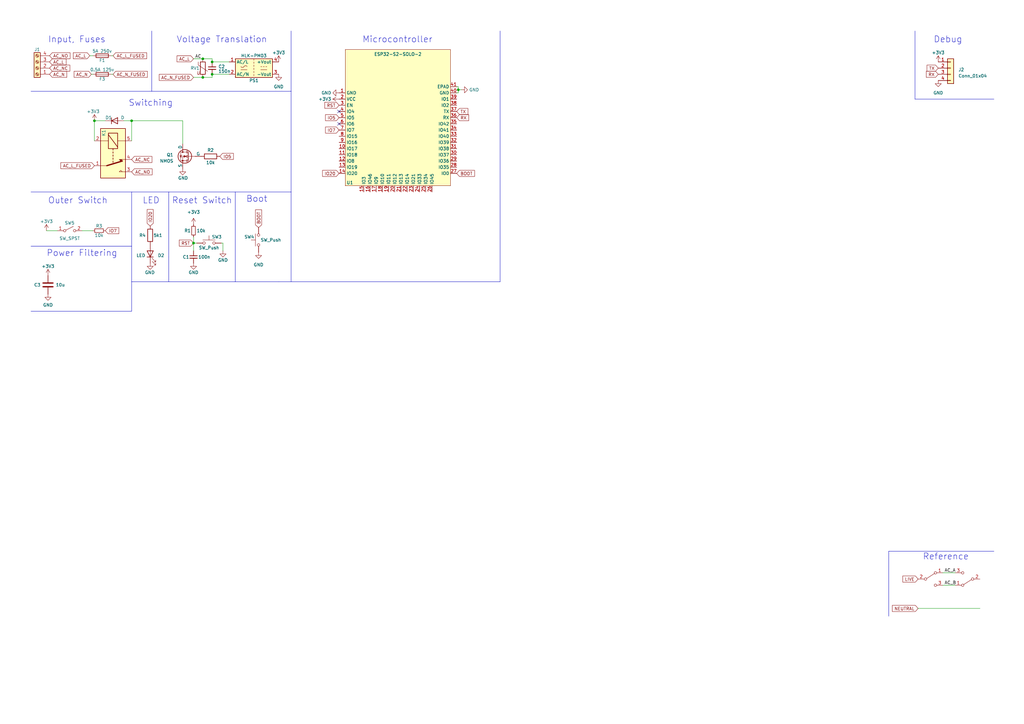
<source format=kicad_sch>
(kicad_sch (version 20230121) (generator eeschema)
  (paper "A3")
  (lib_symbols
    (symbol "Connector:Screw_Terminal_01x04" (pin_names (offset 1.016) hide)
      (property "Reference" "J" (at 0 5.08 0))
      (property "Value" "Screw_Terminal_01x04" (at 0 -7.62 0))
      (symbol "Screw_Terminal_01x04_1_1"
        (rectangle (start -1.27 3.81) (end 1.27 -6.35) (stroke (width 0.254)) (fill (type background)))
        (circle (center 0 -5.08) (radius 0.635) (stroke (width 0.1524)))
        (circle (center 0 -2.54) (radius 0.635) (stroke (width 0.1524)))
        (polyline (pts (xy -0.5334 -4.7498) (xy 0.3302 -5.588)) (stroke (width 0.1524)))
        (polyline (pts (xy -0.5334 -2.2098) (xy 0.3302 -3.048)) (stroke (width 0.1524)))
        (polyline (pts (xy -0.5334 0.3302) (xy 0.3302 -0.508)) (stroke (width 0.1524)))
        (polyline (pts (xy -0.5334 2.8702) (xy 0.3302 2.032)) (stroke (width 0.1524)))
        (polyline (pts (xy -0.3556 -4.572) (xy 0.508 -5.4102)) (stroke (width 0.1524)))
        (polyline (pts (xy -0.3556 -2.032) (xy 0.508 -2.8702)) (stroke (width 0.1524)))
        (polyline (pts (xy -0.3556 0.508) (xy 0.508 -0.3302)) (stroke (width 0.1524)))
        (polyline (pts (xy -0.3556 3.048) (xy 0.508 2.2098)) (stroke (width 0.1524)))
        (circle (center 0 0) (radius 0.635) (stroke (width 0.1524)))
        (circle (center 0 2.54) (radius 0.635) (stroke (width 0.1524)))
        (pin passive line (at -5.08 2.54 0) (length 3.81) (name "Pin_1") (number "1"))
        (pin passive line (at -5.08 0 0) (length 3.81) (name "Pin_2") (number "2"))
        (pin passive line (at -5.08 -2.54 0) (length 3.81) (name "Pin_3") (number "3"))
        (pin passive line (at -5.08 -5.08 0) (length 3.81) (name "Pin_4") (number "4"))
      )
    )
    (symbol "Connector_Generic:Conn_01x04" (pin_names (offset 1.016) hide)
      (property "Reference" "J" (at 0 5.08 0))
      (property "Value" "Conn_01x04" (at 0 -7.62 0))
      (symbol "Conn_01x04_1_1"
        (rectangle (start -1.27 -4.953) (end 0 -5.207) (stroke (width 0.1524)))
        (rectangle (start -1.27 -2.413) (end 0 -2.667) (stroke (width 0.1524)))
        (rectangle (start -1.27 0.127) (end 0 -0.127) (stroke (width 0.1524)))
        (rectangle (start -1.27 2.667) (end 0 2.413) (stroke (width 0.1524)))
        (rectangle (start -1.27 3.81) (end 1.27 -6.35) (stroke (width 0.254)) (fill (type background)))
        (pin passive line (at -5.08 2.54 0) (length 3.81) (name "Pin_1") (number "1"))
        (pin passive line (at -5.08 0 0) (length 3.81) (name "Pin_2") (number "2"))
        (pin passive line (at -5.08 -2.54 0) (length 3.81) (name "Pin_3") (number "3"))
        (pin passive line (at -5.08 -5.08 0) (length 3.81) (name "Pin_4") (number "4"))
      )
    )
    (symbol "Converter_ACDC:HLK-PM03"
      (property "Reference" "PS" (at 0 5.08 0))
      (property "Value" "HLK-PM03" (at 0 -5.08 0))
      (symbol "HLK-PM03_0_1"
        (rectangle (start -7.62 3.81) (end 7.62 -3.81) (stroke (width 0.254)) (fill (type background)))
        (arc (start -5.334 0.635) (mid -4.699 0.2495) (end -4.064 0.635))
        (arc (start -2.794 0.635) (mid -3.429 1.0072) (end -4.064 0.635))
        (polyline (pts (xy -5.334 -0.635) (xy -2.794 -0.635)))
        (polyline (pts (xy 0 -2.54) (xy 0 -3.175)))
        (polyline (pts (xy 0 -1.27) (xy 0 -1.905)))
        (polyline (pts (xy 0 0) (xy 0 -0.635)))
        (polyline (pts (xy 0 1.27) (xy 0 0.635)))
        (polyline (pts (xy 0 2.54) (xy 0 1.905)))
        (polyline (pts (xy 0 3.81) (xy 0 3.175)))
        (polyline (pts (xy 2.794 -0.635) (xy 5.334 -0.635)))
        (polyline (pts (xy 2.794 0.635) (xy 3.302 0.635)))
        (polyline (pts (xy 3.81 0.635) (xy 4.318 0.635)))
        (polyline (pts (xy 4.826 0.635) (xy 5.334 0.635)))
      )
      (symbol "HLK-PM03_1_1"
        (pin power_in line (at -10.16 2.54 0) (length 2.54) (name "AC/L") (number "1"))
        (pin power_in line (at -10.16 -2.54 0) (length 2.54) (name "AC/N") (number "2"))
        (pin power_out line (at 10.16 -2.54 180) (length 2.54) (name "-Vout") (number "3"))
        (pin power_out line (at 10.16 2.54 180) (length 2.54) (name "+Vout") (number "4"))
      )
    )
    (symbol "Device:C" (pin_numbers hide) (pin_names (offset 0.254))
      (property "Reference" "C" (at 0.635 2.54 0))
      (property "Value" "C" (at 0.635 -2.54 0))
      (symbol "C_0_1"
        (polyline (pts (xy -2.032 -0.762) (xy 2.032 -0.762)) (stroke (width 0.508)))
        (polyline (pts (xy -2.032 0.762) (xy 2.032 0.762)) (stroke (width 0.508)))
      )
      (symbol "C_1_1"
        (pin passive line (at 0 3.81 270) (length 2.794) (name "~") (number "1"))
        (pin passive line (at 0 -3.81 90) (length 2.794) (name "~") (number "2"))
      )
    )
    (symbol "Device:C_Small" (pin_numbers hide) (pin_names (offset 0.254) hide)
      (property "Reference" "C" (at 0.254 1.778 0))
      (property "Value" "C_Small" (at 0.254 -2.032 0))
      (symbol "C_Small_0_1"
        (polyline (pts (xy -1.524 -0.508) (xy 1.524 -0.508)) (stroke (width 0.3302)))
        (polyline (pts (xy -1.524 0.508) (xy 1.524 0.508)) (stroke (width 0.3048)))
      )
      (symbol "C_Small_1_1"
        (pin passive line (at 0 2.54 270) (length 2.032) (name "~") (number "1"))
        (pin passive line (at 0 -2.54 90) (length 2.032) (name "~") (number "2"))
      )
    )
    (symbol "Device:D" (pin_numbers hide) (pin_names (offset 1.016) hide)
      (property "Reference" "D" (at 0 2.54 0))
      (property "Value" "D" (at 0 -2.54 0))
      (symbol "D_0_1"
        (polyline (pts (xy -1.27 1.27) (xy -1.27 -1.27)) (stroke (width 0.254)))
        (polyline (pts (xy 1.27 0) (xy -1.27 0)))
        (polyline (pts (xy 1.27 1.27) (xy 1.27 -1.27) (xy -1.27 0) (xy 1.27 1.27)) (stroke (width 0.254)))
      )
      (symbol "D_1_1"
        (pin passive line (at -3.81 0 0) (length 2.54) (name "K") (number "1"))
        (pin passive line (at 3.81 0 180) (length 2.54) (name "A") (number "2"))
      )
    )
    (symbol "Device:Fuse" (pin_numbers hide) (pin_names (offset 0))
      (property "Reference" "F" (at 2.032 0 90))
      (property "Value" "Fuse" (at -1.905 0 90))
      (symbol "Fuse_0_1"
        (rectangle (start -0.762 -2.54) (end 0.762 2.54) (stroke (width 0.254)))
        (polyline (pts (xy 0 2.54) (xy 0 -2.54)))
      )
      (symbol "Fuse_1_1"
        (pin passive line (at 0 3.81 270) (length 1.27) (name "~") (number "1"))
        (pin passive line (at 0 -3.81 90) (length 1.27) (name "~") (number "2"))
      )
    )
    (symbol "Device:LED" (pin_numbers hide) (pin_names (offset 1.016) hide)
      (property "Reference" "D" (at 0 2.54 0))
      (property "Value" "LED" (at 0 -2.54 0))
      (symbol "LED_0_1"
        (polyline (pts (xy -1.27 -1.27) (xy -1.27 1.27)) (stroke (width 0.254)))
        (polyline (pts (xy -1.27 0) (xy 1.27 0)))
        (polyline (pts (xy 1.27 -1.27) (xy 1.27 1.27) (xy -1.27 0) (xy 1.27 -1.27)) (stroke (width 0.254)))
        (polyline (pts (xy -3.048 -0.762) (xy -4.572 -2.286) (xy -3.81 -2.286) (xy -4.572 -2.286) (xy -4.572 -1.524)))
        (polyline (pts (xy -1.778 -0.762) (xy -3.302 -2.286) (xy -2.54 -2.286) (xy -3.302 -2.286) (xy -3.302 -1.524)))
      )
      (symbol "LED_1_1"
        (pin passive line (at -3.81 0 0) (length 2.54) (name "K") (number "1"))
        (pin passive line (at 3.81 0 180) (length 2.54) (name "A") (number "2"))
      )
    )
    (symbol "Device:R" (pin_numbers hide) (pin_names (offset 0))
      (property "Reference" "R" (at 2.032 0 90))
      (property "Value" "R" (at 0 0 90))
      (symbol "R_0_1"
        (rectangle (start -1.016 -2.54) (end 1.016 2.54) (stroke (width 0.254)))
      )
      (symbol "R_1_1"
        (pin passive line (at 0 3.81 270) (length 1.27) (name "~") (number "1"))
        (pin passive line (at 0 -3.81 90) (length 1.27) (name "~") (number "2"))
      )
    )
    (symbol "Device:R_Small" (pin_numbers hide) (pin_names (offset 0.254) hide)
      (property "Reference" "R" (at 0.762 0.508 0))
      (property "Value" "R_Small" (at 0.762 -1.016 0))
      (symbol "R_Small_0_1"
        (rectangle (start -0.762 1.778) (end 0.762 -1.778) (stroke (width 0.2032)))
      )
      (symbol "R_Small_1_1"
        (pin passive line (at 0 2.54 270) (length 0.762) (name "~") (number "1"))
        (pin passive line (at 0 -2.54 90) (length 0.762) (name "~") (number "2"))
      )
    )
    (symbol "Device:Varistor" (pin_numbers hide) (pin_names (offset 0))
      (property "Reference" "RV" (at 3.175 0 90))
      (property "Value" "Varistor" (at -3.175 0 90))
      (symbol "Varistor_0_0"
        (text "U" (at -1.778 -2.032 0) (effects (font (size 1.27 1.27))))
      )
      (symbol "Varistor_0_1"
        (rectangle (start -1.016 -2.54) (end 1.016 2.54) (stroke (width 0.254)))
        (polyline (pts (xy -1.905 2.54) (xy -1.905 1.27) (xy 1.905 -1.27)))
      )
      (symbol "Varistor_1_1"
        (pin passive line (at 0 3.81 270) (length 1.27) (name "~") (number "1"))
        (pin passive line (at 0 -3.81 90) (length 1.27) (name "~") (number "2"))
      )
    )
    (symbol "Relay:SANYOU_SRD_Form_C"
      (property "Reference" "K" (at 11.43 3.81 0))
      (property "Value" "SANYOU_SRD_Form_C" (at 11.43 1.27 0))
      (symbol "SANYOU_SRD_Form_C_0_0"
        (polyline (pts (xy 7.62 5.08) (xy 7.62 2.54) (xy 6.985 3.175) (xy 7.62 3.81)))
      )
      (symbol "SANYOU_SRD_Form_C_0_1"
        (rectangle (start -10.16 5.08) (end 10.16 -5.08) (stroke (width 0.254)) (fill (type background)))
        (rectangle (start -8.255 1.905) (end -1.905 -1.905) (stroke (width 0.254)))
        (polyline (pts (xy -7.62 -1.905) (xy -2.54 1.905)) (stroke (width 0.254)))
        (polyline (pts (xy -5.08 -5.08) (xy -5.08 -1.905)))
        (polyline (pts (xy -5.08 5.08) (xy -5.08 1.905)))
        (polyline (pts (xy -1.905 0) (xy -1.27 0)) (stroke (width 0.254)))
        (polyline (pts (xy -0.635 0) (xy 0 0)) (stroke (width 0.254)))
        (polyline (pts (xy 0.635 0) (xy 1.27 0)) (stroke (width 0.254)))
        (polyline (pts (xy 1.905 0) (xy 2.54 0)) (stroke (width 0.254)))
        (polyline (pts (xy 3.175 0) (xy 3.81 0)) (stroke (width 0.254)))
        (polyline (pts (xy 5.08 -2.54) (xy 3.175 3.81)) (stroke (width 0.508)))
        (polyline (pts (xy 5.08 -2.54) (xy 5.08 -5.08)))
      )
      (symbol "SANYOU_SRD_Form_C_1_1"
        (polyline (pts (xy 2.54 3.81) (xy 3.175 3.175) (xy 2.54 2.54) (xy 2.54 5.08)) (fill (type outline)))
        (pin passive line (at 5.08 -7.62 90) (length 2.54) (name "~") (number "1"))
        (pin passive line (at -5.08 -7.62 90) (length 2.54) (name "~") (number "2"))
        (pin passive line (at 7.62 7.62 270) (length 2.54) (name "~") (number "3"))
        (pin passive line (at 2.54 7.62 270) (length 2.54) (name "~") (number "4"))
        (pin passive line (at -5.08 7.62 270) (length 2.54) (name "~") (number "5"))
      )
    )
    (symbol "S2 Solo:ESP32-S2-SOLO-2"
      (property "Reference" "U" (at -19.05 25.4 0))
      (property "Value" "ESP32-S2-SOLO-2" (at 1.27 25.4 0))
      (symbol "ESP32-S2-SOLO-2_0_1"
        (rectangle (start 21.59 -27.94) (end -21.59 27.94) (fill (type background)))
      )
      (symbol "ESP32-S2-SOLO-2_1_1"
        (pin power_out line (at -24.13 10.16 0) (length 2.54) (name "GND") (number "1"))
        (pin input line (at -24.13 -12.7 0) (length 2.54) (name "IO17") (number "10"))
        (pin input line (at -24.13 -15.24 0) (length 2.54) (name "IO18") (number "11"))
        (pin input line (at -24.13 -17.78 0) (length 2.54) (name "IO8") (number "12"))
        (pin input line (at -24.13 -20.32 0) (length 2.54) (name "IO19") (number "13"))
        (pin input line (at -24.13 -22.86 0) (length 2.54) (name "IO20") (number "14"))
        (pin input line (at -13.97 -30.48 90) (length 2.54) (name "IO3") (number "15"))
        (pin input line (at -11.43 -30.48 90) (length 2.54) (name "IO46") (number "16"))
        (pin input line (at -8.89 -30.48 90) (length 2.54) (name "IO9") (number "17"))
        (pin input line (at -6.35 -30.48 90) (length 2.54) (name "IO10") (number "18"))
        (pin input line (at -3.81 -30.48 90) (length 2.54) (name "IO11") (number "19"))
        (pin power_in line (at -24.13 7.62 0) (length 2.54) (name "VCC") (number "2"))
        (pin input line (at -1.27 -30.48 90) (length 2.54) (name "IO12") (number "20"))
        (pin input line (at 1.27 -30.48 90) (length 2.54) (name "IO13") (number "21"))
        (pin input line (at 3.81 -30.48 90) (length 2.54) (name "IO14") (number "22"))
        (pin input line (at 6.35 -30.48 90) (length 2.54) (name "IO21") (number "23"))
        (pin input line (at 8.89 -30.48 90) (length 2.54) (name "IO33") (number "24"))
        (pin input line (at 11.43 -30.48 90) (length 2.54) (name "IO34") (number "25"))
        (pin input line (at 13.97 -30.48 90) (length 2.54) (name "IO45") (number "26"))
        (pin input line (at 24.13 -22.86 180) (length 2.54) (name "IO0") (number "27"))
        (pin input line (at 24.13 -20.32 180) (length 2.54) (name "IO35") (number "28"))
        (pin input line (at 24.13 -17.78 180) (length 2.54) (name "IO36") (number "29"))
        (pin input line (at -24.13 5.08 0) (length 2.54) (name "EN") (number "3"))
        (pin input line (at 24.13 -15.24 180) (length 2.54) (name "IO37") (number "30"))
        (pin input line (at 24.13 -12.7 180) (length 2.54) (name "IO38") (number "31"))
        (pin input line (at 24.13 -10.16 180) (length 2.54) (name "IO39") (number "32"))
        (pin input line (at 24.13 -7.62 180) (length 2.54) (name "IO40") (number "33"))
        (pin input line (at 24.13 -5.08 180) (length 2.54) (name "IO41") (number "34"))
        (pin input line (at 24.13 -2.54 180) (length 2.54) (name "IO42") (number "35"))
        (pin input line (at 24.13 0 180) (length 2.54) (name "RX") (number "36"))
        (pin input line (at 24.13 2.54 180) (length 2.54) (name "TX") (number "37"))
        (pin input line (at 24.13 5.08 180) (length 2.54) (name "IO2") (number "38"))
        (pin input line (at 24.13 7.62 180) (length 2.54) (name "IO1") (number "39"))
        (pin input line (at -24.13 2.54 0) (length 2.54) (name "IO4") (number "4"))
        (pin input line (at 24.13 10.16 180) (length 2.54) (name "GND") (number "40"))
        (pin input line (at 24.13 12.7 180) (length 2.54) (name "EPAD") (number "41"))
        (pin input line (at -24.13 0 0) (length 2.54) (name "IO5") (number "5"))
        (pin input line (at -24.13 -2.54 0) (length 2.54) (name "IO6") (number "6"))
        (pin input line (at -24.13 -5.08 0) (length 2.54) (name "IO7") (number "7"))
        (pin input line (at -24.13 -7.62 0) (length 2.54) (name "IO15") (number "8"))
        (pin input line (at -24.13 -10.16 0) (length 2.54) (name "IO16") (number "9"))
      )
    )
    (symbol "Simulation_SPICE:NMOS" (pin_numbers hide) (pin_names (offset 0))
      (property "Reference" "Q" (at 5.08 1.27 0))
      (property "Value" "NMOS" (at 5.08 -1.27 0))
      (symbol "NMOS_0_1"
        (polyline (pts (xy 0.254 0) (xy -2.54 0)))
        (polyline (pts (xy 0.254 1.905) (xy 0.254 -1.905)) (stroke (width 0.254)))
        (polyline (pts (xy 0.762 -1.27) (xy 0.762 -2.286)) (stroke (width 0.254)))
        (polyline (pts (xy 0.762 0.508) (xy 0.762 -0.508)) (stroke (width 0.254)))
        (polyline (pts (xy 0.762 2.286) (xy 0.762 1.27)) (stroke (width 0.254)))
        (polyline (pts (xy 2.54 2.54) (xy 2.54 1.778)))
        (polyline (pts (xy 2.54 -2.54) (xy 2.54 0) (xy 0.762 0)))
        (polyline (pts (xy 0.762 -1.778) (xy 3.302 -1.778) (xy 3.302 1.778) (xy 0.762 1.778)))
        (polyline (pts (xy 1.016 0) (xy 2.032 0.381) (xy 2.032 -0.381) (xy 1.016 0)) (fill (type outline)))
        (polyline (pts (xy 2.794 0.508) (xy 2.921 0.381) (xy 3.683 0.381) (xy 3.81 0.254)))
        (polyline (pts (xy 3.302 0.381) (xy 2.921 -0.254) (xy 3.683 -0.254) (xy 3.302 0.381)))
        (circle (center 1.651 0) (radius 2.794) (stroke (width 0.254)))
        (circle (center 2.54 -1.778) (radius 0.254) (fill (type outline)))
        (circle (center 2.54 1.778) (radius 0.254) (fill (type outline)))
      )
      (symbol "NMOS_1_1"
        (pin passive line (at 2.54 5.08 270) (length 2.54) (name "D") (number "1"))
        (pin input line (at -5.08 0 0) (length 2.54) (name "G") (number "2"))
        (pin passive line (at 2.54 -5.08 90) (length 2.54) (name "S") (number "3"))
      )
    )
    (symbol "Switch:SW_Push" (pin_numbers hide) (pin_names (offset 1.016) hide)
      (property "Reference" "SW" (at 1.27 2.54 0))
      (property "Value" "SW_Push" (at 0 -1.524 0))
      (symbol "SW_Push_0_1"
        (circle (center -2.032 0) (radius 0.508))
        (polyline (pts (xy 0 1.27) (xy 0 3.048)))
        (polyline (pts (xy 2.54 1.27) (xy -2.54 1.27)))
        (circle (center 2.032 0) (radius 0.508))
        (pin passive line (at -5.08 0 0) (length 2.54) (name "1") (number "1"))
        (pin passive line (at 5.08 0 180) (length 2.54) (name "2") (number "2"))
      )
    )
    (symbol "Switch:SW_SPDT" (pin_names (offset 0) hide)
      (property "Reference" "SW" (at 0 4.318 0))
      (property "Value" "SW_SPDT" (at 0 -5.08 0))
      (symbol "SW_SPDT_0_0"
        (circle (center -2.032 0) (radius 0.508))
        (circle (center 2.032 -2.54) (radius 0.508))
      )
      (symbol "SW_SPDT_0_1"
        (polyline (pts (xy -1.524 0.254) (xy 1.651 2.286)))
        (circle (center 2.032 2.54) (radius 0.508))
      )
      (symbol "SW_SPDT_1_1"
        (pin passive line (at 5.08 2.54 180) (length 2.54) (name "A") (number "1"))
        (pin passive line (at -5.08 0 0) (length 2.54) (name "B") (number "2"))
        (pin passive line (at 5.08 -2.54 180) (length 2.54) (name "C") (number "3"))
      )
    )
    (symbol "Switch:SW_SPST" (pin_names (offset 0) hide)
      (property "Reference" "SW" (at 0 3.175 0))
      (property "Value" "SW_SPST" (at 0 -2.54 0))
      (symbol "SW_SPST_0_0"
        (circle (center -2.032 0) (radius 0.508))
        (polyline (pts (xy -1.524 0.254) (xy 1.524 1.778)))
        (circle (center 2.032 0) (radius 0.508))
      )
      (symbol "SW_SPST_1_1"
        (pin passive line (at -5.08 0 0) (length 2.54) (name "A") (number "1"))
        (pin passive line (at 5.08 0 180) (length 2.54) (name "B") (number "2"))
      )
    )
    (symbol "power:+3V3" (power) (pin_names (offset 0))
      (property "Value" "+3V3" (at 0 3.556 0))
      (symbol "+3V3_0_1"
        (polyline (pts (xy -0.762 1.27) (xy 0 2.54)))
        (polyline (pts (xy 0 0) (xy 0 2.54)))
        (polyline (pts (xy 0 2.54) (xy 0.762 1.27)))
      )
      (symbol "+3V3_1_1"
        (pin power_in line (at 0 0 90) (length 0) hide (name "+3V3") (number "1"))
      )
    )
    (symbol "power:GND" (power) (pin_names (offset 0))
      (property "Value" "GND" (at 0 -3.81 0))
      (symbol "GND_0_1"
        (polyline (pts (xy 0 0) (xy 0 -1.27) (xy 1.27 -1.27) (xy 0 -2.54) (xy -1.27 -1.27) (xy 0 -1.27)))
      )
      (symbol "GND_1_1"
        (pin power_in line (at 0 0 270) (length 0) hide (name "GND") (number "1"))
      )
    )
  )
  (junction (at 83.185 24.13))
  (junction (at 38.735 49.53))
  (junction (at 86.995 30.48))
  (junction (at 187.96 36.83))
  (junction (at 79.375 99.695))
  (junction (at 53.975 49.53))
  (junction (at 86.995 25.4))
  (junction (at 83.185 31.75))
  (no_connect (at 139.065 45.72))
  (no_connect (at 139.065 50.8))
  (wire (pts (xy 86.995 30.48) (xy 93.98 30.48)))
  (wire (pts (xy 187.325 38.1) (xy 187.96 38.1)))
  (polyline (pts (xy 53.975 127.635) (xy 53.975 115.57)))
  (wire (pts (xy 45.72 30.48) (xy 46.355 30.48)))
  (polyline (pts (xy 119.38 37.465) (xy 119.38 78.74)))
  (wire (pts (xy 83.185 31.75) (xy 86.995 31.75)))
  (wire (pts (xy 187.96 35.56) (xy 187.96 36.83)))
  (polyline (pts (xy 96.52 78.74) (xy 96.52 115.57)))
  (wire (pts (xy 91.44 102.87) (xy 91.44 99.695)))
  (wire (pts (xy 79.375 97.155) (xy 79.375 99.695)))
  (wire (pts (xy 86.995 24.13) (xy 86.995 25.4)))
  (polyline (pts (xy 53.975 115.57) (xy 53.975 100.965)))
  (polyline (pts (xy 407.67 226.06) (xy 364.49 226.06)))
  (polyline (pts (xy 364.49 226.06) (xy 364.49 252.73)))
  (wire (pts (xy 401.955 249.555) (xy 376.555 249.555)))
  (polyline (pts (xy 205.105 12.7) (xy 205.105 115.57)))
  (polyline (pts (xy 119.38 12.7) (xy 119.38 37.465)))
  (polyline (pts (xy 375.285 12.7) (xy 375.285 40.64)))
  (wire (pts (xy 36.83 22.86) (xy 38.1 22.86)))
  (polyline (pts (xy 62.23 37.465) (xy 119.38 37.465)))
  (polyline (pts (xy 12.7 78.74) (xy 119.38 78.74)))
  (polyline (pts (xy 375.285 40.64) (xy 407.67 40.64)))
  (polyline (pts (xy 69.215 105.41) (xy 69.215 115.57)))
  (polyline (pts (xy 114.3 115.57) (xy 96.52 115.57)))
  (wire (pts (xy 91.44 99.695) (xy 90.805 99.695)))
  (polyline (pts (xy 12.7 100.965) (xy 53.975 100.965)))
  (wire (pts (xy 386.715 240.03) (xy 391.795 240.03)))
  (polyline (pts (xy 12.7 37.465) (xy 62.23 37.465)))
  (wire (pts (xy 53.975 49.53) (xy 74.93 49.53)))
  (polyline (pts (xy 53.975 100.965) (xy 53.975 78.74)))
  (wire (pts (xy 19.05 94.615) (xy 23.495 94.615)))
  (wire (pts (xy 38.735 49.53) (xy 38.735 57.785)))
  (wire (pts (xy 53.975 49.53) (xy 53.975 57.785)))
  (wire (pts (xy 187.96 36.83) (xy 189.23 36.83)))
  (wire (pts (xy 79.375 99.695) (xy 79.375 102.87)))
  (polyline (pts (xy 114.3 115.57) (xy 205.105 115.57)))
  (wire (pts (xy 45.72 22.86) (xy 46.355 22.86)))
  (polyline (pts (xy 12.7 127.635) (xy 53.975 127.635)))
  (polyline (pts (xy 69.215 78.74) (xy 69.215 105.41)))
  (wire (pts (xy 50.8 49.53) (xy 53.975 49.53)))
  (wire (pts (xy 79.375 24.13) (xy 83.185 24.13)))
  (wire (pts (xy 79.375 99.695) (xy 80.645 99.695)))
  (wire (pts (xy 86.995 25.4) (xy 93.98 25.4)))
  (wire (pts (xy 187.96 38.1) (xy 187.96 36.83)))
  (wire (pts (xy 79.375 31.75) (xy 83.185 31.75)))
  (wire (pts (xy 33.655 94.615) (xy 38.1 94.615)))
  (wire (pts (xy 83.185 24.13) (xy 86.995 24.13)))
  (polyline (pts (xy 69.215 115.57) (xy 53.975 115.57)))
  (polyline (pts (xy 96.52 115.57) (xy 69.215 115.57)))
  (wire (pts (xy 74.93 59.055) (xy 74.93 49.53)))
  (wire (pts (xy 86.995 31.75) (xy 86.995 30.48)))
  (wire (pts (xy 43.18 49.53) (xy 38.735 49.53)))
  (wire (pts (xy 386.715 234.95) (xy 391.795 234.95)))
  (polyline (pts (xy 119.38 78.74) (xy 119.38 115.57)))
  (wire (pts (xy 37.465 30.48) (xy 38.1 30.48)))
  (wire (pts (xy 187.325 35.56) (xy 187.96 35.56)))
  (polyline (pts (xy 62.23 12.7) (xy 62.23 37.465)))
  (text "Debug" (at 382.905 17.78 0) (effects (font (size 2.54 2.54)) (justify left bottom)))
  (text "Boot" (at 100.965 83.185 0) (effects (font (size 2.54 2.54)) (justify left bottom)))
  (text "Input, Fuses" (at 19.685 17.78 0) (effects (font (size 2.54 2.54)) (justify left bottom)))
  (text "Switching" (at 52.705 43.815 0) (effects (font (size 2.54 2.54)) (justify left bottom)))
  (text "Power Filtering" (at 19.05 105.41 0) (effects (font (size 2.54 2.54)) (justify left bottom)))
  (text "LED" (at 58.42 83.82 0) (effects (font (size 2.54 2.54)) (justify left bottom)))
  (text "Reset Switch" (at 70.485 83.82 0) (effects (font (size 2.54 2.54)) (justify left bottom)))
  (text "Outer Switch" (at 19.685 83.82 0) (effects (font (size 2.54 2.54)) (justify left bottom)))
  (text "Reference" (at 378.46 229.87 0) (effects (font (size 2.54 2.54)) (justify left bottom)))
  (text "Microcontroller" (at 148.59 17.78 0) (effects (font (size 2.54 2.54)) (justify left bottom)))
  (text "Voltage Translation" (at 72.39 17.78 0) (effects (font (size 2.54 2.54)) (justify left bottom)))
  (label "AC" (at 80.01 24.13 0))
  (label "AC_B" (at 387.35 240.03 0))
  (label "AC_A" (at 387.35 234.95 0))
  (global_label "RX" (shape input) (at 187.325 48.26 0) (property "Intersheetrefs" "${INTERSHEET_REFS}" (effects hide)))
  (global_label "AC_NO" (shape input) (at 53.975 70.485 0) (property "Intersheetrefs" "${INTERSHEET_REFS}" (effects hide)))
  (global_label "LIVE" (shape input) (at 376.555 237.49 180) (property "Intersheetrefs" "${INTERSHEET_REFS}" (effects hide)))
  (global_label "AC_L" (shape input) (at 36.83 22.86 180) (property "Intersheetrefs" "${INTERSHEET_REFS}" (effects hide)))
  (global_label "IO20" (shape input) (at 61.595 92.71 90) (property "Intersheetrefs" "${INTERSHEET_REFS}" (effects hide)))
  (global_label "AC_N" (shape input) (at 20.32 30.48 0) (property "Intersheetrefs" "${INTERSHEET_REFS}" (effects hide)))
  (global_label "BOOT" (shape input) (at 187.325 71.12 0) (property "Intersheetrefs" "${INTERSHEET_REFS}" (effects hide)))
  (global_label "IO5" (shape input) (at 139.065 48.26 180) (property "Intersheetrefs" "${INTERSHEET_REFS}" (effects hide)))
  (global_label "AC_L" (shape input) (at 20.32 25.4 0) (property "Intersheetrefs" "${INTERSHEET_REFS}" (effects hide)))
  (global_label "RX" (shape input) (at 384.81 30.48 180) (property "Intersheetrefs" "${INTERSHEET_REFS}" (effects hide)))
  (global_label "AC_NO" (shape input) (at 20.32 22.86 0) (property "Intersheetrefs" "${INTERSHEET_REFS}" (effects hide)))
  (global_label "IO5" (shape input) (at 90.17 64.135 0) (property "Intersheetrefs" "${INTERSHEET_REFS}" (effects hide)))
  (global_label "AC_N" (shape input) (at 37.465 30.48 180) (property "Intersheetrefs" "${INTERSHEET_REFS}" (effects hide)))
  (global_label "AC_NC" (shape input) (at 53.975 65.405 0) (property "Intersheetrefs" "${INTERSHEET_REFS}" (effects hide)))
  (global_label "AC_N_FUSED" (shape input) (at 79.375 31.75 180) (property "Intersheetrefs" "${INTERSHEET_REFS}" (effects hide)))
  (global_label "TX" (shape input) (at 384.81 27.94 180) (property "Intersheetrefs" "${INTERSHEET_REFS}" (effects hide)))
  (global_label "TX" (shape input) (at 187.325 45.72 0) (property "Intersheetrefs" "${INTERSHEET_REFS}" (effects hide)))
  (global_label "IO7" (shape input) (at 139.065 53.34 180) (property "Intersheetrefs" "${INTERSHEET_REFS}" (effects hide)))
  (global_label "RST" (shape input) (at 79.375 99.695 180) (property "Intersheetrefs" "${INTERSHEET_REFS}" (effects hide)))
  (global_label "AC_N_FUSED" (shape input) (at 46.355 30.48 0) (property "Intersheetrefs" "${INTERSHEET_REFS}" (effects hide)))
  (global_label "AC_NC" (shape input) (at 20.32 27.94 0) (property "Intersheetrefs" "${INTERSHEET_REFS}" (effects hide)))
  (global_label "AC_L_FUSED" (shape input) (at 46.355 22.86 0) (property "Intersheetrefs" "${INTERSHEET_REFS}" (effects hide)))
  (global_label "AC_L" (shape input) (at 79.375 24.13 180) (property "Intersheetrefs" "${INTERSHEET_REFS}" (effects hide)))
  (global_label "NEUTRAL" (shape input) (at 376.555 249.555 180) (property "Intersheetrefs" "${INTERSHEET_REFS}" (effects hide)))
  (global_label "BOOT" (shape input) (at 106.045 93.345 90) (property "Intersheetrefs" "${INTERSHEET_REFS}" (effects hide)))
  (global_label "AC_L_FUSED" (shape input) (at 38.735 67.945 180) (property "Intersheetrefs" "${INTERSHEET_REFS}" (effects hide)))
  (global_label "RST" (shape input) (at 139.065 43.18 180) (property "Intersheetrefs" "${INTERSHEET_REFS}" (effects hide)))
  (global_label "IO20" (shape input) (at 139.065 71.12 180) (property "Intersheetrefs" "${INTERSHEET_REFS}" (effects hide)))
  (global_label "IO7" (shape input) (at 43.18 94.615 0) (property "Intersheetrefs" "${INTERSHEET_REFS}" (effects hide)))
  (symbol (lib_id "power:GND") (at 106.045 103.505 0) (unit 1)
    (property "Reference" "#PWR011" (effects hide))
    (property "Value" "GND" (at 106.045 108.585 0))
  )
  (symbol (lib_id "Switch:SW_Push") (at 106.045 98.425 90) (unit 1)
    (property "Reference" "SW4" (at 102.235 97.155 90))
    (property "Value" "SW_Push" (at 111.125 98.425 90))
    (property "Footprint" "Button_Switch_SMD:SW_SPST_SKQG_WithStem" (effects hide))
  )
  (symbol (lib_id "power:GND") (at 139.065 38.1 270) (unit 1)
    (property "Reference" "#PWR03" (effects hide))
    (property "Value" "GND" (at 135.89 38.1 90) (effects (justify right)))
  )
  (symbol (lib_id "power:GND") (at 19.685 120.65 0) (unit 1)
    (property "Reference" "#PWR016" (effects hide))
    (property "Value" "GND" (at 19.685 125.095 0))
  )
  (symbol (lib_id "power:GND") (at 114.3 30.48 0) (unit 1)
    (property "Reference" "#PWR01" (effects hide))
    (property "Value" "GND" (at 114.3 35.56 0))
  )
  (symbol (lib_id "power:+3V3") (at 79.375 92.075 0) (unit 1)
    (property "Reference" "#PWR06" (effects hide))
    (property "Value" "+3V3" (at 79.375 86.995 0))
  )
  (symbol (lib_id "power:GND") (at 74.93 69.215 0) (unit 1)
    (property "Reference" "#PWR010" (effects hide))
    (property "Value" "GND" (at 73.025 73.025 0) (effects (justify left)))
  )
  (symbol (lib_id "Device:C_Small") (at 79.375 105.41 0) (unit 1)
    (property "Reference" "C1" (at 74.93 105.41 0) (effects (justify left)))
    (property "Value" "100n" (at 81.28 105.41 0) (effects (justify left)))
    (property "Footprint" "Capacitor_SMD:C_0402_1005Metric" (effects hide))
  )
  (symbol (lib_id "power:+3V3") (at 19.05 94.615 0) (unit 1)
    (property "Reference" "#PWR014" (effects hide))
    (property "Value" "+3V3" (at 19.05 90.805 0))
  )
  (symbol (lib_id "power:GND") (at 79.375 107.95 0) (unit 1)
    (property "Reference" "#PWR07" (effects hide))
    (property "Value" "GND" (at 79.375 111.76 0))
  )
  (symbol (lib_id "S2 Solo:ESP32-S2-SOLO-2") (at 163.195 48.26 0) (unit 1)
    (property "Reference" "U1" (at 143.51 74.93 0))
    (property "Value" "ESP32-S2-SOLO-2" (at 163.195 22.225 0))
    (property "Footprint" "RF_Module:ESP32-S3-WROOM-1" (effects hide))
  )
  (symbol (lib_id "Device:Fuse") (at 41.91 30.48 90) (unit 1)
    (property "Reference" "F3" (at 41.91 32.385 90))
    (property "Value" "0.5A 125v" (at 41.91 28.575 90))
    (property "Footprint" "6125_Fuse:Fuse_6125" (effects hide))
  )
  (symbol (lib_id "power:+3V3") (at 139.065 40.64 90) (unit 1)
    (property "Reference" "#PWR05" (effects hide))
    (property "Value" "+3V3" (at 135.89 40.64 90) (effects (justify left)))
  )
  (symbol (lib_id "Device:C_Small") (at 86.995 27.94 0) (unit 1)
    (property "Reference" "C2" (at 89.535 27.3113 0) (effects (justify left)))
    (property "Value" "150n" (at 89.535 29.21 0) (effects (justify left)))
    (property "Footprint" "Capacitor_THT:C_Rect_L13.0mm_W5.0mm_P10.00mm_FKS3_FKP3_MKS4" (effects hide))
    (property "Rating" "250v" (effects hide))
  )
  (symbol (lib_id "Switch:SW_SPST") (at 28.575 94.615 0) (unit 1)
    (property "Reference" "SW5" (at 28.575 91.44 0))
    (property "Value" "SW_SPST" (at 28.575 97.79 0))
    (property "Footprint" "Connector_PinHeader_2.54mm:PinHeader_1x02_P2.54mm_Vertical" (effects hide))
  )
  (symbol (lib_id "power:GND") (at 61.595 107.95 0) (unit 1)
    (property "Reference" "#PWR017" (effects hide))
    (property "Value" "GND" (at 63.5 111.76 0) (effects (justify right)))
  )
  (symbol (lib_id "Converter_ACDC:HLK-PM03") (at 104.14 27.94 0) (unit 1)
    (property "Reference" "PS1" (at 104.14 33.02 0))
    (property "Value" "HLK-PM03" (at 104.14 22.86 0))
    (property "Footprint" "Converter_ACDC:Converter_ACDC_HiLink_HLK-PMxx" (effects hide))
    (property "Datasheet" "http://www.hlktech.net/product_detail.php?ProId=59" (effects hide))
  )
  (symbol (lib_id "Switch:SW_SPDT") (at 396.875 237.49 180) (unit 1) (in_bom no) (on_board no)
    (property "Reference" "SW2" (effects hide))
    (property "Value" "SW_SPDT" (effects hide))
    (property "Sim.Enable" "0" (effects hide))
  )
  (symbol (lib_id "Switch:SW_SPDT") (at 381.635 237.49 0) (unit 1) (in_bom no) (on_board no)
    (property "Reference" "SW1" (effects hide))
    (property "Value" "SW_SPDT" (effects hide))
    (property "Sim.Enable" "0" (effects hide))
  )
  (symbol (lib_id "Relay:SANYOU_SRD_Form_C") (at 46.355 62.865 270) (unit 1)
    (property "Reference" "K1" (at 42.545 55.88 0) (effects (justify right)))
    (property "Value" "SANYOU_SRD_Form_C" (effects hide))
    (property "Footprint" "Relay_THT:Relay_SPDT_SANYOU_SRD_Series_Form_C" (effects hide))
    (property "Datasheet" "http://www.sanyourelay.ca/public/products/pdf/SRD.pdf" (effects hide))
  )
  (symbol (lib_id "Device:R") (at 86.36 64.135 90) (unit 1)
    (property "Reference" "R2" (at 86.36 61.595 90))
    (property "Value" "10k" (at 86.36 66.675 90))
    (property "Footprint" "Resistor_SMD:R_0402_1005Metric" (effects hide))
  )
  (symbol (lib_id "power:+3V3") (at 384.81 25.4 0) (unit 1)
    (property "Reference" "#PWR013" (effects hide))
    (property "Value" "+3V3" (at 384.81 21.59 0))
  )
  (symbol (lib_id "power:+3V3") (at 19.685 113.03 0) (unit 1)
    (property "Reference" "#PWR015" (effects hide))
    (property "Value" "+3V3" (at 19.685 109.22 0))
  )
  (symbol (lib_id "power:GND") (at 91.44 102.87 0) (unit 1)
    (property "Reference" "#PWR08" (effects hide))
    (property "Value" "GND" (at 91.44 106.68 0))
  )
  (symbol (lib_id "Device:D") (at 46.99 49.53 0) (unit 1)
    (property "Reference" "D1" (at 43.18 48.26 0) (effects (justify left)))
    (property "Value" "D" (at 49.53 48.26 0) (effects (justify left)))
    (property "Footprint" "Diode_SMD:D_SOD-323" (effects hide))
    (property "Sim.Device" "D" (effects hide))
    (property "Sim.Pins" "1=K 2=A" (effects hide))
  )
  (symbol (lib_id "Switch:SW_Push") (at 85.725 99.695 0) (unit 1)
    (property "Reference" "SW3" (at 88.9 97.155 0))
    (property "Value" "SW_Push" (at 85.725 101.6 0))
    (property "Footprint" "Button_Switch_SMD:SW_SPST_SKQG_WithStem" (effects hide))
  )
  (symbol (lib_id "power:GND") (at 384.81 33.02 0) (unit 1)
    (property "Reference" "#PWR012" (effects hide))
    (property "Value" "GND" (at 384.81 38.1 0))
  )
  (symbol (lib_id "Device:Fuse") (at 41.91 22.86 90) (unit 1)
    (property "Reference" "F1" (at 41.91 24.765 90))
    (property "Value" "5A 250v" (at 41.91 20.955 90))
    (property "Footprint" "6125_Fuse:Fuse_6125" (effects hide))
  )
  (symbol (lib_id "Device:LED") (at 61.595 104.14 90) (unit 1)
    (property "Reference" "D2" (at 66.04 104.775 90))
    (property "Value" "LED" (at 57.785 104.775 90))
    (property "Footprint" "LED_SMD:LED_0402_1005Metric" (effects hide))
  )
  (symbol (lib_id "power:GND") (at 189.23 36.83 90) (unit 1)
    (property "Reference" "#PWR04" (effects hide))
    (property "Value" "GND" (at 192.405 36.83 90) (effects (justify right)))
  )
  (symbol (lib_id "Device:C") (at 19.685 116.84 0) (unit 1)
    (property "Reference" "C3" (at 13.97 116.84 0) (effects (justify left)))
    (property "Value" "10u" (at 22.86 116.84 0) (effects (justify left)))
    (property "Footprint" "Capacitor_SMD:C_0603_1608Metric" (effects hide))
  )
  (symbol (lib_id "Device:R_Small") (at 79.375 94.615 180) (unit 1)
    (property "Reference" "R1" (at 75.565 94.615 0) (effects (justify right)))
    (property "Value" "10k" (at 80.645 94.615 0) (effects (justify right)))
    (property "Footprint" "Resistor_SMD:R_0402_1005Metric" (effects hide))
  )
  (symbol (lib_id "power:+3V3") (at 114.3 25.4 0) (unit 1)
    (property "Reference" "#PWR02" (effects hide))
    (property "Value" "+3V3" (at 114.3 21.59 0))
  )
  (symbol (lib_id "Connector_Generic:Conn_01x04") (at 389.89 27.94 0) (unit 1)
    (property "Reference" "J2" (at 393.065 28.575 0) (effects (justify left)))
    (property "Value" "Conn_01x04" (at 393.065 31.115 0) (effects (justify left)))
    (property "Footprint" "Connector_PinHeader_2.54mm:PinHeader_1x04_P2.54mm_Vertical" (effects hide))
  )
  (symbol (lib_id "power:+3V3") (at 38.735 49.53 0) (unit 1)
    (property "Reference" "#PWR09" (effects hide))
    (property "Value" "+3V3" (at 35.56 45.72 0) (effects (justify left)))
  )
  (symbol (lib_id "Device:Varistor") (at 83.185 27.94 0) (unit 1)
    (property "Reference" "RV1" (at 78.105 27.94 0) (effects (justify left)))
    (property "Value" "Varistor" (effects hide))
    (property "Footprint" "Varistor:RV_Disc_D12mm_W6.1mm_P7.5mm" (effects hide))
    (property "Sim.Name" "kicad_builtin_varistor" (effects hide))
    (property "Sim.Device" "SUBCKT" (effects hide))
    (property "Sim.Pins" "1=A 2=B" (effects hide))
    (property "Sim.Params" "threshold=1k" (effects hide))
    (property "Sim.Library" "${KICAD7_SYMBOL_DIR}/Simulation_SPICE.sp" (effects hide))
  )
  (symbol (lib_id "Connector:Screw_Terminal_01x04") (at 15.24 27.94 180) (unit 1)
    (property "Reference" "J1" (at 15.24 20.32 0))
    (property "Value" "Screw_Terminal_01x04" (effects hide))
    (property "Footprint" "footprints:WJ128V-5.0-2P" (effects hide))
  )
  (symbol (lib_id "Device:R_Small") (at 40.64 94.615 90) (unit 1)
    (property "Reference" "R3" (at 40.64 92.71 90))
    (property "Value" "10k" (at 40.64 96.52 90))
    (property "Footprint" "Resistor_SMD:R_0402_1005Metric" (effects hide))
  )
  (symbol (lib_id "Simulation_SPICE:NMOS") (at 77.47 64.135 0) (mirror y) (unit 1)
    (property "Reference" "Q1" (at 71.12 63.5 0) (effects (justify left)))
    (property "Value" "NMOS" (at 71.12 66.04 0) (effects (justify left)))
    (property "Footprint" "Package_TO_SOT_SMD:SOT-323_SC-70" (effects hide))
    (property "Datasheet" "https://ngspice.sourceforge.io/docs/ngspice-manual.pdf" (effects hide))
    (property "Sim.Device" "NMOS" (effects hide))
    (property "Sim.Type" "VDMOS" (effects hide))
    (property "Sim.Pins" "1=D 2=G 3=S" (effects hide))
  )
  (symbol (lib_id "Device:R") (at 61.595 96.52 180) (unit 1)
    (property "Reference" "R4" (at 58.42 96.52 0))
    (property "Value" "5k1" (at 64.77 96.52 0))
    (property "Footprint" "Resistor_SMD:R_0402_1005Metric" (effects hide))
  )
)
</source>
